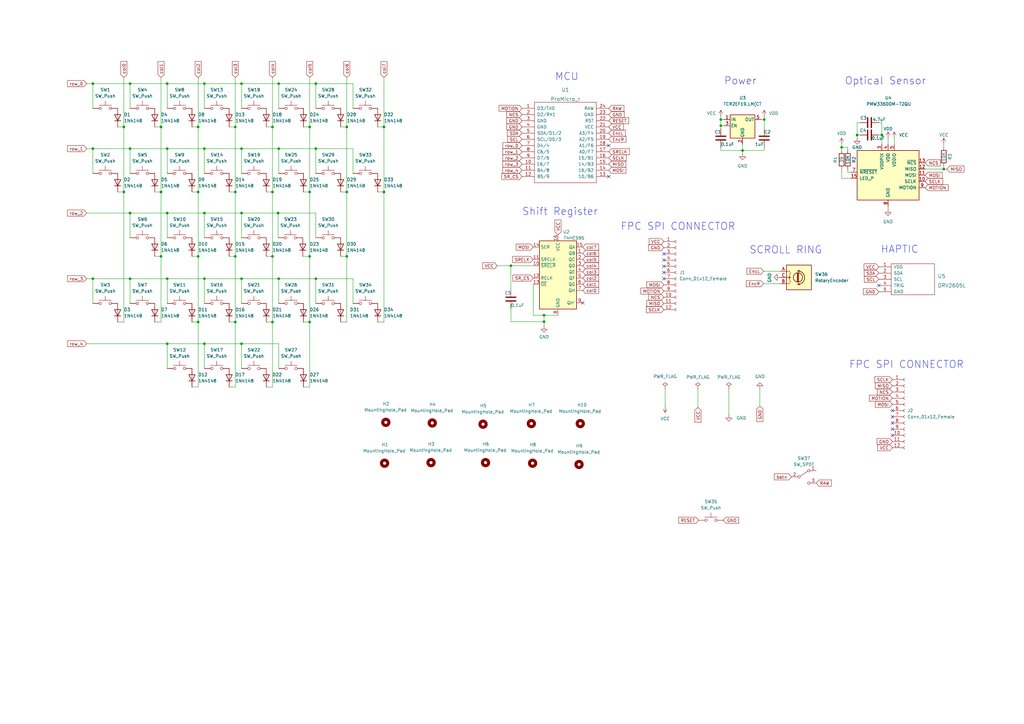
<source format=kicad_sch>
(kicad_sch (version 20211123) (generator eeschema)
  (paper "A3")
  (junction (at 127 105.156))
  (junction (at 129.54 34.29))
  (junction (at 53.34 34.29))
  (junction (at 129.54 60.96))
  (junction (at 50.8 78.74))
  (junction (at 142.24 52.07))
  (junction (at 68.58 34.29))
  (junction (at 96.52 105.156))
  (junction (at 83.82 140.97))
  (junction (at 114.3 114.3))
  (junction (at 295.656 51.562))
  (junction (at 114.3 60.96))
  (junction (at 53.34 60.96))
  (junction (at 127 52.07))
  (junction (at 157.48 52.07))
  (junction (at 99.06 87.376))
  (junction (at 81.28 105.156))
  (junction (at 66.04 78.74))
  (junction (at 223.139 129.286))
  (junction (at 53.34 87.376))
  (junction (at 209.55 108.966))
  (junction (at 99.06 140.97))
  (junction (at 38.1 60.96))
  (junction (at 81.28 52.07))
  (junction (at 96.52 52.07))
  (junction (at 127 78.74))
  (junction (at 111.76 78.74))
  (junction (at 99.06 60.96))
  (junction (at 50.8 52.07))
  (junction (at 99.06 114.3))
  (junction (at 38.1 114.3))
  (junction (at 127 132.08))
  (junction (at 96.52 78.74))
  (junction (at 142.24 78.74))
  (junction (at 83.82 34.29))
  (junction (at 387.096 69.342))
  (junction (at 345.186 60.452))
  (junction (at 157.48 78.74))
  (junction (at 96.52 132.08))
  (junction (at 129.54 114.3))
  (junction (at 114.3 34.29))
  (junction (at 66.04 52.07))
  (junction (at 99.06 34.29))
  (junction (at 68.58 60.96))
  (junction (at 111.76 105.156))
  (junction (at 304.546 61.722))
  (junction (at 81.28 78.74))
  (junction (at 68.58 140.97))
  (junction (at 313.436 49.022))
  (junction (at 68.58 87.376))
  (junction (at 142.24 105.156))
  (junction (at 223.139 131.9259))
  (junction (at 111.76 52.07))
  (junction (at 66.04 105.156))
  (junction (at 83.82 60.96))
  (junction (at 81.28 132.08))
  (junction (at 351.536 55.372))
  (junction (at 83.82 114.3))
  (junction (at 111.76 132.08))
  (junction (at 114.046 87.376))
  (junction (at 68.58 114.3))
  (junction (at 295.656 49.022))
  (junction (at 83.82 87.376))
  (junction (at 53.34 114.3))
  (junction (at 361.696 55.372))
  (junction (at 38.1 34.29))
  (no_connect (at 366.014 178.562))
  (no_connect (at 272.288 111.76))
  (no_connect (at 366.014 170.942))
  (no_connect (at 272.288 114.3))
  (no_connect (at 249.682 59.69))
  (no_connect (at 272.288 104.14))
  (no_connect (at 366.014 173.482))
  (no_connect (at 239.014 124.206))
  (no_connect (at 360.426 117.094))
  (no_connect (at 366.014 168.402))
  (no_connect (at 272.288 109.22))
  (no_connect (at 272.288 106.68))
  (no_connect (at 249.682 72.39))
  (no_connect (at 366.014 176.022))
  (wire (pts (xy 387.096 69.342) (xy 388.366 69.342)))
  (wire (pts (xy 203.962 108.966) (xy 209.55 108.966)))
  (wire (pts (xy 111.76 52.07) (xy 111.76 78.74)))
  (wire (pts (xy 50.8 78.74) (xy 48.26 78.74)))
  (wire (pts (xy 351.536 55.372) (xy 351.536 50.292)))
  (wire (pts (xy 53.34 114.3) (xy 68.58 114.3)))
  (wire (pts (xy 127 105.156) (xy 124.206 105.156)))
  (wire (pts (xy 387.096 69.342) (xy 387.096 68.072)))
  (wire (pts (xy 209.5764 124.5613) (xy 209.55 126.492)))
  (wire (pts (xy 366.776 56.642) (xy 366.776 59.182)))
  (wire (pts (xy 78.74 158.75) (xy 81.28 158.75)))
  (wire (pts (xy 81.28 105.156) (xy 81.28 132.08)))
  (wire (pts (xy 38.1 60.96) (xy 53.34 60.96)))
  (wire (pts (xy 83.82 114.3) (xy 99.06 114.3)))
  (wire (pts (xy 111.76 105.156) (xy 111.76 132.08)))
  (wire (pts (xy 114.3 114.3) (xy 114.3 124.46)))
  (wire (pts (xy 99.06 114.3) (xy 114.3 114.3)))
  (wire (pts (xy 81.28 78.74) (xy 81.28 105.156)))
  (wire (pts (xy 223.139 131.9259) (xy 223.139 133.731)))
  (wire (pts (xy 83.82 60.96) (xy 83.82 71.12)))
  (wire (pts (xy 53.34 124.46) (xy 53.34 114.3)))
  (wire (pts (xy 38.1 34.29) (xy 53.34 34.29)))
  (wire (pts (xy 66.04 105.156) (xy 66.04 132.08)))
  (wire (pts (xy 142.24 105.156) (xy 142.24 132.08)))
  (wire (pts (xy 114.3 34.29) (xy 129.54 34.29)))
  (wire (pts (xy 68.58 34.29) (xy 83.82 34.29)))
  (wire (pts (xy 129.54 60.96) (xy 144.78 60.96)))
  (wire (pts (xy 157.48 78.74) (xy 157.48 132.08)))
  (wire (pts (xy 361.696 50.292) (xy 360.426 50.292)))
  (wire (pts (xy 99.06 140.97) (xy 99.06 151.13)))
  (wire (pts (xy 53.34 87.376) (xy 68.58 87.376)))
  (wire (pts (xy 127 78.74) (xy 124.46 78.74)))
  (wire (pts (xy 272.796 166.624) (xy 272.796 159.512)))
  (wire (pts (xy 209.5764 124.5613) (xy 209.5764 131.9273)))
  (wire (pts (xy 99.06 60.96) (xy 99.06 71.12)))
  (wire (pts (xy 361.696 55.372) (xy 360.426 55.372)))
  (wire (pts (xy 96.52 105.156) (xy 96.52 132.08)))
  (wire (pts (xy 127 105.156) (xy 127 132.08)))
  (wire (pts (xy 364.236 56.642) (xy 364.236 59.182)))
  (wire (pts (xy 298.958 159.512) (xy 298.958 170.18)))
  (wire (pts (xy 83.82 60.96) (xy 99.06 60.96)))
  (wire (pts (xy 142.24 132.08) (xy 139.7 132.08)))
  (wire (pts (xy 223.139 129.286) (xy 223.139 131.9259)))
  (wire (pts (xy 83.82 114.3) (xy 83.82 124.46)))
  (wire (pts (xy 142.24 105.156) (xy 139.7 105.156)))
  (wire (pts (xy 78.74 132.08) (xy 81.28 132.08)))
  (wire (pts (xy 379.476 69.342) (xy 387.096 69.342)))
  (wire (pts (xy 157.48 78.74) (xy 154.94 78.74)))
  (wire (pts (xy 286.258 159.512) (xy 286.258 167.132)))
  (wire (pts (xy 68.58 114.3) (xy 83.82 114.3)))
  (wire (pts (xy 127 78.74) (xy 127 52.07)))
  (wire (pts (xy 96.52 78.74) (xy 93.98 78.74)))
  (wire (pts (xy 311.658 166.624) (xy 311.658 159.512)))
  (wire (pts (xy 66.04 52.07) (xy 66.04 78.74)))
  (wire (pts (xy 347.726 60.452) (xy 345.186 60.452)))
  (wire (pts (xy 361.696 55.372) (xy 361.696 50.292)))
  (wire (pts (xy 127 78.74) (xy 127 105.156)))
  (wire (pts (xy 218.694 116.586) (xy 218.694 129.286)))
  (wire (pts (xy 124.46 158.75) (xy 127 158.75)))
  (wire (pts (xy 81.28 31.75) (xy 81.28 52.07)))
  (wire (pts (xy 99.06 87.376) (xy 114.046 87.376)))
  (wire (pts (xy 38.1 114.3) (xy 53.34 114.3)))
  (wire (pts (xy 127 52.07) (xy 124.46 52.07)))
  (wire (pts (xy 129.54 114.3) (xy 144.78 114.3)))
  (wire (pts (xy 114.3 34.29) (xy 114.3 44.45)))
  (wire (pts (xy 66.04 31.75) (xy 66.04 52.07)))
  (wire (pts (xy 144.78 60.96) (xy 144.78 71.12)))
  (wire (pts (xy 228.854 129.286) (xy 223.139 129.286)))
  (wire (pts (xy 129.54 34.29) (xy 144.78 34.29)))
  (wire (pts (xy 295.656 61.722) (xy 304.546 61.722)))
  (wire (pts (xy 109.22 132.08) (xy 111.76 132.08)))
  (wire (pts (xy 68.58 140.97) (xy 83.82 140.97)))
  (wire (pts (xy 129.54 60.96) (xy 129.54 71.12)))
  (wire (pts (xy 83.82 151.13) (xy 83.82 140.97)))
  (wire (pts (xy 157.48 31.75) (xy 157.48 52.07)))
  (wire (pts (xy 38.1 44.45) (xy 38.1 34.29)))
  (wire (pts (xy 99.06 114.3) (xy 99.06 124.46)))
  (wire (pts (xy 63.5 105.156) (xy 66.04 105.156)))
  (wire (pts (xy 313.436 61.722) (xy 304.546 61.722)))
  (wire (pts (xy 83.82 87.376) (xy 99.06 87.376)))
  (wire (pts (xy 361.696 55.372) (xy 361.696 59.182)))
  (wire (pts (xy 313.182 116.332) (xy 320.04 116.332)))
  (wire (pts (xy 124.46 132.08) (xy 127 132.08)))
  (wire (pts (xy 142.24 78.74) (xy 139.7 78.74)))
  (wire (pts (xy 313.436 47.752) (xy 313.436 49.022)))
  (wire (pts (xy 111.76 78.74) (xy 111.76 105.156)))
  (wire (pts (xy 351.536 56.642) (xy 351.536 55.372)))
  (wire (pts (xy 345.186 59.182) (xy 345.186 60.452)))
  (wire (pts (xy 83.82 34.29) (xy 99.06 34.29)))
  (wire (pts (xy 295.656 51.562) (xy 295.656 49.022)))
  (wire (pts (xy 304.546 61.722) (xy 304.546 62.992)))
  (wire (pts (xy 114.3 60.96) (xy 114.3 71.12)))
  (wire (pts (xy 81.28 132.08) (xy 81.28 158.75)))
  (wire (pts (xy 109.22 52.07) (xy 111.76 52.07)))
  (wire (pts (xy 66.04 78.74) (xy 63.5 78.74)))
  (wire (pts (xy 114.046 87.376) (xy 129.54 87.376)))
  (wire (pts (xy 114.3 140.97) (xy 114.3 151.13)))
  (wire (pts (xy 99.06 87.376) (xy 99.06 97.536)))
  (wire (pts (xy 157.48 132.08) (xy 154.94 132.08)))
  (wire (pts (xy 114.046 87.376) (xy 114.046 97.536)))
  (wire (pts (xy 387.096 59.182) (xy 387.096 60.452)))
  (wire (pts (xy 81.28 105.156) (xy 78.74 105.156)))
  (wire (pts (xy 66.04 78.74) (xy 66.04 105.156)))
  (wire (pts (xy 114.3 114.3) (xy 129.54 114.3)))
  (wire (pts (xy 142.24 52.07) (xy 142.24 78.74)))
  (wire (pts (xy 50.8 78.74) (xy 50.8 52.07)))
  (wire (pts (xy 99.06 34.29) (xy 99.06 44.45)))
  (wire (pts (xy 114.3 60.96) (xy 129.54 60.96)))
  (wire (pts (xy 96.52 52.07) (xy 93.98 52.07)))
  (wire (pts (xy 96.52 78.74) (xy 96.52 105.156)))
  (wire (pts (xy 347.726 61.722) (xy 347.726 60.452)))
  (wire (pts (xy 99.06 60.96) (xy 114.3 60.96)))
  (wire (pts (xy 81.28 52.07) (xy 78.74 52.07)))
  (wire (pts (xy 38.1 114.3) (xy 38.1 124.46)))
  (wire (pts (xy 68.58 87.376) (xy 83.82 87.376)))
  (wire (pts (xy 38.1 71.12) (xy 38.1 60.96)))
  (wire (pts (xy 348.996 70.612) (xy 347.726 70.612)))
  (wire (pts (xy 48.26 132.08) (xy 50.8 132.08)))
  (wire (pts (xy 93.98 132.08) (xy 96.52 132.08)))
  (wire (pts (xy 295.656 49.022) (xy 296.926 49.022)))
  (wire (pts (xy 127 31.75) (xy 127 52.07)))
  (wire (pts (xy 352.806 50.292) (xy 351.536 50.292)))
  (wire (pts (xy 144.78 114.3) (xy 144.78 124.46)))
  (wire (pts (xy 129.54 87.376) (xy 129.54 97.536)))
  (wire (pts (xy 157.48 52.07) (xy 157.48 78.74)))
  (wire (pts (xy 129.54 34.29) (xy 129.54 44.45)))
  (wire (pts (xy 83.82 140.97) (xy 99.06 140.97)))
  (wire (pts (xy 111.76 31.75) (xy 111.76 52.07)))
  (wire (pts (xy 96.52 132.08) (xy 96.52 158.75)))
  (wire (pts (xy 154.94 52.07) (xy 157.48 52.07)))
  (wire (pts (xy 68.58 114.3) (xy 68.58 124.46)))
  (wire (pts (xy 218.694 129.286) (xy 223.139 129.286)))
  (wire (pts (xy 209.55 118.872) (xy 209.55 108.966)))
  (wire (pts (xy 68.58 60.96) (xy 83.82 60.96)))
  (wire (pts (xy 68.58 60.96) (xy 68.58 71.12)))
  (wire (pts (xy 111.76 105.156) (xy 109.22 105.156)))
  (wire (pts (xy 99.06 140.97) (xy 114.3 140.97)))
  (wire (pts (xy 83.82 87.376) (xy 83.82 97.536)))
  (wire (pts (xy 99.06 34.29) (xy 114.3 34.29)))
  (wire (pts (xy 139.7 52.07) (xy 142.24 52.07)))
  (wire (pts (xy 50.8 31.75) (xy 50.8 52.07)))
  (wire (pts (xy 96.52 31.75) (xy 96.52 52.07)))
  (wire (pts (xy 93.98 105.156) (xy 96.52 105.156)))
  (wire (pts (xy 313.436 49.022) (xy 313.436 52.832)))
  (wire (pts (xy 142.24 78.74) (xy 142.24 105.156)))
  (wire (pts (xy 35.56 60.96) (xy 38.1 60.96)))
  (wire (pts (xy 50.8 78.74) (xy 50.8 132.08)))
  (wire (pts (xy 209.55 108.966) (xy 218.694 108.966)))
  (wire (pts (xy 111.76 78.74) (xy 109.22 78.74)))
  (wire (pts (xy 81.28 78.74) (xy 78.74 78.74)))
  (wire (pts (xy 313.436 60.452) (xy 313.436 61.722)))
  (wire (pts (xy 93.98 158.75) (xy 96.52 158.75)))
  (wire (pts (xy 96.52 78.74) (xy 96.52 52.07)))
  (wire (pts (xy 295.656 52.832) (xy 295.656 51.562)))
  (wire (pts (xy 144.78 34.29) (xy 144.78 44.45)))
  (wire (pts (xy 312.166 49.022) (xy 313.436 49.022)))
  (wire (pts (xy 53.34 34.29) (xy 68.58 34.29)))
  (wire (pts (xy 68.58 140.97) (xy 68.58 151.13)))
  (wire (pts (xy 313.182 111.252) (xy 320.04 111.252)))
  (wire (pts (xy 53.34 60.96) (xy 68.58 60.96)))
  (wire (pts (xy 63.5 52.07) (xy 66.04 52.07)))
  (wire (pts (xy 345.186 73.152) (xy 345.186 69.342)))
  (wire (pts (xy 53.34 34.29) (xy 53.34 44.45)))
  (wire (pts (xy 83.82 34.29) (xy 83.82 44.45)))
  (wire (pts (xy 345.186 60.452) (xy 345.186 61.722)))
  (wire (pts (xy 35.56 87.376) (xy 53.34 87.376)))
  (wire (pts (xy 142.24 31.75) (xy 142.24 52.07)))
  (wire (pts (xy 68.58 34.29) (xy 68.58 44.45)))
  (wire (pts (xy 347.726 70.612) (xy 347.726 69.342)))
  (wire (pts (xy 81.28 78.74) (xy 81.28 52.07)))
  (wire (pts (xy 35.56 140.97) (xy 68.58 140.97)))
  (wire (pts (xy 68.58 87.376) (xy 68.58 97.536)))
  (wire (pts (xy 129.54 114.3) (xy 129.54 124.46)))
  (wire (pts (xy 53.34 60.96) (xy 53.34 71.12)))
  (wire (pts (xy 364.236 85.852) (xy 364.236 84.582)))
  (wire (pts (xy 111.76 132.08) (xy 111.76 158.75)))
  (wire (pts (xy 63.5 132.08) (xy 66.04 132.08)))
  (wire (pts (xy 127 158.75) (xy 127 132.08)))
  (wire (pts (xy 345.186 73.152) (xy 348.996 73.152)))
  (wire (pts (xy 209.5764 131.9273) (xy 223.139 131.9259)))
  (wire (pts (xy 35.56 34.29) (xy 38.1 34.29)))
  (wire (pts (xy 35.56 114.3) (xy 38.1 114.3)))
  (wire (pts (xy 304.546 59.182) (xy 304.546 61.722)))
  (wire (pts (xy 295.656 60.452) (xy 295.656 61.722)))
  (wire (pts (xy 295.656 47.752) (xy 295.656 49.022)))
  (wire (pts (xy 53.34 87.376) (xy 53.34 97.536)))
  (wire (pts (xy 296.926 51.562) (xy 295.656 51.562)))
  (wire (pts (xy 109.22 158.75) (xy 111.76 158.75)))
  (wire (pts (xy 352.806 55.372) (xy 351.536 55.372)))
  (wire (pts (xy 50.8 52.07) (xy 48.26 52.07)))
  (text "MCU" (at 227.584 33.274 0) (effects (font (size 2.9972 2.9972)) (justify left bottom)))
  (text "Power" (at 296.926 35.052 0) (effects (font (size 2.9972 2.9972)) (justify left bottom)))
  (text "HAPTIC" (at 361.188 104.14 0) (effects (font (size 2.9972 2.9972)) (justify left bottom)))
  (text "FPC SPI CONNECTOR\n" (at 348.234 151.384 0) (effects (font (size 2.9972 2.9972)) (justify left bottom)))
  (text "Shift Register\n" (at 214.122 88.646 0) (effects (font (size 2.9972 2.9972)) (justify left bottom)))
  (text "SCROLL RING" (at 307.34 104.394 0) (effects (font (size 2.9972 2.9972)) (justify left bottom)))
  (text "Optical Sensor" (at 346.456 35.052 0) (effects (font (size 2.9972 2.9972)) (justify left bottom)))
  (text "FPC SPI CONNECTOR\n" (at 254.508 94.742 0) (effects (font (size 2.9972 2.9972)) (justify left bottom)))
  (global_label "SCLK" (shape input) (at 249.682 64.77 0) (property "Intersheet References" "${INTERSHEET_REFS}" (effects hide)))
  (global_label "NCS" (shape input) (at 379.476 66.802 0) (property "Intersheet References" "${INTERSHEET_REFS}" (effects hide)))
  (global_label "NCS" (shape input) (at 366.014 160.782 180) (property "Intersheet References" "${INTERSHEET_REFS}" (effects hide)))
  (global_label "MISO" (shape input) (at 388.366 69.342 0) (property "Intersheet References" "${INTERSHEET_REFS}" (effects hide)))
  (global_label "col1" (shape input) (at 66.04 31.75 90) (property "Intersheet References" "${INTERSHEET_REFS}" (effects hide)))
  (global_label "GND" (shape input) (at 249.682 46.99 0) (property "Intersheet References" "${INTERSHEET_REFS}" (effects hide)))
  (global_label "MOTION" (shape input) (at 379.476 76.962 0) (property "Intersheet References" "${INTERSHEET_REFS}" (effects hide)))
  (global_label "col5" (shape input) (at 239.014 106.426 0) (property "Intersheet References" "${INTERSHEET_REFS}" (effects hide)))
  (global_label "MOSI" (shape input) (at 249.682 69.85 0) (property "Intersheet References" "${INTERSHEET_REFS}" (effects hide)))
  (global_label "col2" (shape input) (at 239.014 114.046 0) (property "Intersheet References" "${INTERSHEET_REFS}" (effects hide)))
  (global_label "SCL" (shape input) (at 360.426 114.554 180) (property "Intersheet References" "${INTERSHEET_REFS}" (effects hide)))
  (global_label "row_0" (shape input) (at 35.56 34.29 180) (property "Intersheet References" "${INTERSHEET_REFS}" (effects hide)))
  (global_label "row_1" (shape input) (at 35.56 60.96 180) (property "Intersheet References" "${INTERSHEET_REFS}" (effects hide)))
  (global_label "row_3" (shape input) (at 35.56 114.3 180) (property "Intersheet References" "${INTERSHEET_REFS}" (effects hide)))
  (global_label "col1" (shape input) (at 239.014 116.586 0) (property "Intersheet References" "${INTERSHEET_REFS}" (effects hide)))
  (global_label "NCS" (shape input) (at 214.122 46.99 180) (property "Intersheet References" "${INTERSHEET_REFS}" (effects hide)))
  (global_label "bat+" (shape input) (at 324.612 195.58 180) (property "Intersheet References" "${INTERSHEET_REFS}" (effects hide)))
  (global_label "row_0" (shape input) (at 214.122 59.69 180) (property "Intersheet References" "${INTERSHEET_REFS}" (effects hide)))
  (global_label "SRCLK" (shape input) (at 249.682 62.23 0) (property "Intersheet References" "${INTERSHEET_REFS}" (effects hide)))
  (global_label "MOTION" (shape input) (at 272.288 119.38 180) (property "Intersheet References" "${INTERSHEET_REFS}" (effects hide)))
  (global_label "col0" (shape input) (at 50.8 31.75 90) (property "Intersheet References" "${INTERSHEET_REFS}" (effects hide)))
  (global_label "EncL" (shape input) (at 313.182 111.252 180) (property "Intersheet References" "${INTERSHEET_REFS}" (effects hide)))
  (global_label "GND" (shape input) (at 366.014 181.102 180) (property "Intersheet References" "${INTERSHEET_REFS}" (effects hide)))
  (global_label "MOSI" (shape input) (at 272.288 116.84 180) (property "Intersheet References" "${INTERSHEET_REFS}" (effects hide)))
  (global_label "MOSI" (shape input) (at 379.476 71.882 0) (property "Intersheet References" "${INTERSHEET_REFS}" (effects hide)))
  (global_label "SRCLK" (shape input) (at 218.694 106.426 180) (property "Intersheet References" "${INTERSHEET_REFS}" (effects hide)))
  (global_label "RAW" (shape input) (at 249.682 44.45 0) (property "Intersheet References" "${INTERSHEET_REFS}" (effects hide)))
  (global_label "MISO" (shape input) (at 249.682 67.31 0) (property "Intersheet References" "${INTERSHEET_REFS}" (effects hide)))
  (global_label "GND" (shape input) (at 311.658 166.624 270) (property "Intersheet References" "${INTERSHEET_REFS}" (effects hide)))
  (global_label "GND" (shape input) (at 296.672 213.36 0) (property "Intersheet References" "${INTERSHEET_REFS}" (effects hide)))
  (global_label "VCC" (shape input) (at 360.426 109.474 180) (property "Intersheet References" "${INTERSHEET_REFS}" (effects hide)))
  (global_label "MOTION" (shape input) (at 366.014 163.322 180) (property "Intersheet References" "${INTERSHEET_REFS}" (effects hide)))
  (global_label "MISO" (shape input) (at 366.014 158.242 180) (property "Intersheet References" "${INTERSHEET_REFS}" (effects hide)))
  (global_label "SCLK" (shape input) (at 272.288 127 180) (property "Intersheet References" "${INTERSHEET_REFS}" (effects hide)))
  (global_label "row_1" (shape input) (at 214.122 62.23 180) (property "Intersheet References" "${INTERSHEET_REFS}" (effects hide)))
  (global_label "EncR" (shape input) (at 313.182 116.332 180) (property "Intersheet References" "${INTERSHEET_REFS}" (effects hide)))
  (global_label "col6" (shape input) (at 239.014 103.886 0) (property "Intersheet References" "${INTERSHEET_REFS}" (effects hide)))
  (global_label "SDA" (shape input) (at 360.426 112.014 180) (property "Intersheet References" "${INTERSHEET_REFS}" (effects hide)))
  (global_label "row_4" (shape input) (at 35.56 140.97 180) (property "Intersheet References" "${INTERSHEET_REFS}" (effects hide)))
  (global_label "col4" (shape input) (at 111.76 31.75 90) (property "Intersheet References" "${INTERSHEET_REFS}" (effects hide)))
  (global_label "GND" (shape input) (at 272.288 101.6 180) (property "Intersheet References" "${INTERSHEET_REFS}" (effects hide)))
  (global_label "EncL" (shape input) (at 249.682 54.61 0) (property "Intersheet References" "${INTERSHEET_REFS}" (effects hide)))
  (global_label "col7" (shape input) (at 157.48 31.75 90) (property "Intersheet References" "${INTERSHEET_REFS}" (effects hide)))
  (global_label "SCLK" (shape input) (at 366.014 155.702 180) (property "Intersheet References" "${INTERSHEET_REFS}" (effects hide)))
  (global_label "GND" (shape input) (at 360.426 119.634 180) (property "Intersheet References" "${INTERSHEET_REFS}" (effects hide)))
  (global_label "RAW" (shape input) (at 334.772 198.12 0) (property "Intersheet References" "${INTERSHEET_REFS}" (effects hide)))
  (global_label "VCC" (shape input) (at 203.962 108.966 180) (property "Intersheet References" "${INTERSHEET_REFS}" (effects hide)))
  (global_label "col0" (shape input) (at 239.014 119.126 0) (property "Intersheet References" "${INTERSHEET_REFS}" (effects hide)))
  (global_label "VCC" (shape input) (at 272.288 99.06 180) (property "Intersheet References" "${INTERSHEET_REFS}" (effects hide)))
  (global_label "MOSI" (shape input) (at 366.014 165.862 180) (property "Intersheet References" "${INTERSHEET_REFS}" (effects hide)))
  (global_label "VCC" (shape input) (at 286.258 167.132 270) (property "Intersheet References" "${INTERSHEET_REFS}" (effects hide)))
  (global_label "col4" (shape input) (at 239.014 108.966 0) (property "Intersheet References" "${INTERSHEET_REFS}" (effects hide)))
  (global_label "MISO" (shape input) (at 272.288 124.46 180) (property "Intersheet References" "${INTERSHEET_REFS}" (effects hide)))
  (global_label "SDA" (shape input) (at 214.122 54.61 180) (property "Intersheet References" "${INTERSHEET_REFS}" (effects hide)))
  (global_label "col3" (shape input) (at 239.014 111.506 0) (property "Intersheet References" "${INTERSHEET_REFS}" (effects hide)))
  (global_label "SR_CS" (shape input) (at 214.122 72.39 180) (property "Intersheet References" "${INTERSHEET_REFS}" (effects hide)))
  (global_label "GND" (shape input) (at 214.122 52.07 180) (property "Intersheet References" "${INTERSHEET_REFS}" (effects hide)))
  (global_label "SCLK" (shape input) (at 379.476 74.422 0) (property "Intersheet References" "${INTERSHEET_REFS}" (effects hide)))
  (global_label "MOSI" (shape input) (at 218.694 101.346 180) (property "Intersheet References" "${INTERSHEET_REFS}" (effects hide)))
  (global_label "row_4" (shape input) (at 214.122 69.85 180) (property "Intersheet References" "${INTERSHEET_REFS}" (effects hide)))
  (global_label "NCS" (shape input) (at 272.288 121.92 180) (property "Intersheet References" "${INTERSHEET_REFS}" (effects hide)))
  (global_label "MOTION" (shape input) (at 214.122 44.45 180) (property "Intersheet References" "${INTERSHEET_REFS}" (effects hide)))
  (global_label "EncR" (shape input) (at 249.682 57.15 0) (property "Intersheet References" "${INTERSHEET_REFS}" (effects hide)))
  (global_label "row_3" (shape input) (at 214.122 67.31 180) (property "Intersheet References" "${INTERSHEET_REFS}" (effects hide)))
  (global_label "VCC" (shape input) (at 249.682 52.07 0) (property "Intersheet References" "${INTERSHEET_REFS}" (effects hide)))
  (global_label "VCC" (shape input) (at 366.014 183.642 180) (property "Intersheet References" "${INTERSHEET_REFS}" (effects hide)))
  (global_label "col5" (shape input) (at 127 31.75 90) (property "Intersheet References" "${INTERSHEET_REFS}" (effects hide)))
  (global_label "col7" (shape input) (at 239.014 101.346 0) (property "Intersheet References" "${INTERSHEET_REFS}" (effects hide)))
  (global_label "col2" (shape input) (at 81.28 31.75 90) (property "Intersheet References" "${INTERSHEET_REFS}" (effects hide)))
  (global_label "VCC" (shape input) (at 228.854 96.266 90) (property "Intersheet References" "${INTERSHEET_REFS}" (effects hide)))
  (global_label "row_2" (shape input) (at 35.56 87.376 180) (property "Intersheet References" "${INTERSHEET_REFS}" (effects hide)))
  (global_label "row_2" (shape input) (at 214.122 64.77 180) (property "Intersheet References" "${INTERSHEET_REFS}" (effects hide)))
  (global_label "col6" (shape input) (at 142.24 31.75 90) (property "Intersheet References" "${INTERSHEET_REFS}" (effects hide)))
  (global_label "col3" (shape input) (at 96.52 31.75 90) (property "Intersheet References" "${INTERSHEET_REFS}" (effects hide)))
  (global_label "SR_CS" (shape input) (at 218.694 114.046 180) (property "Intersheet References" "${INTERSHEET_REFS}" (effects hide)))
  (global_label "SCL" (shape input) (at 214.122 57.15 180) (property "Intersheet References" "${INTERSHEET_REFS}" (effects hide)))
  (global_label "GND" (shape input) (at 214.122 49.53 180) (property "Intersheet References" "${INTERSHEET_REFS}" (effects hide)))
  (global_label "RESET" (shape input) (at 249.682 49.53 0) (property "Intersheet References" "${INTERSHEET_REFS}" (effects hide)))
  (global_label "RESET" (shape input) (at 286.512 213.36 180) (property "Intersheet References" "${INTERSHEET_REFS}" (effects hide)))
  (symbol (lib_id "alaa:Diode_1N4148") (at 63.5 48.26 90) (unit 1)
    (property "Reference" "D4" (at 66.04 46.9899 90) (effects (justify right)))
    (property "Value" "1N4148" (at 66.04 49.5299 90) (effects (justify right)))
    (property "Footprint" "Diode_SMD:D_SOD-123" (effects hide))
    (property "Datasheet" "https://assets.nexperia.com/documents/data-sheet/1N4148_1N4448.pdf" (effects hide))
    (property "LCSC" "C909967" (effects hide))
  )
  (symbol (lib_id "Mechanical:MountingHole") (at 158.242 173.228 0) (unit 1)
    (property "Reference" "H2" (at 156.972 165.608 0) (effects (justify left)))
    (property "Value" "MountingHole_Pad" (at 149.352 168.148 0) (effects (justify left)))
    (property "Footprint" "Alaa:MountingHole_M3" (effects hide))
  )
  (symbol (lib_id "alaa:Diode_1N4148") (at 48.26 128.27 90) (unit 1)
    (property "Reference" "D3" (at 50.8 126.9999 90) (effects (justify right)))
    (property "Value" "1N4148" (at 50.8 129.5399 90) (effects (justify right)))
    (property "Footprint" "Diode_SMD:D_SOD-123" (effects hide))
    (property "Datasheet" "https://assets.nexperia.com/documents/data-sheet/1N4148_1N4448.pdf" (effects hide))
    (property "LCSC" "C909967" (effects hide))
  )
  (symbol (lib_id "Mechanical:MountingHole") (at 177.292 173.482 0) (unit 1)
    (property "Reference" "H4" (at 176.022 165.862 0) (effects (justify left)))
    (property "Value" "MountingHole_Pad" (at 168.402 168.402 0) (effects (justify left)))
    (property "Footprint" "Alaa:MountingHole_M3" (effects hide))
  )
  (symbol (lib_id "power:VCC") (at 295.656 47.752 0) (unit 1)
    (property "Reference" "#PWR03" (effects hide))
    (property "Value" "VCC" (at 291.846 46.482 0))
  )
  (symbol (lib_id "Device:R") (at 345.186 65.532 0) (unit 1)
    (property "Reference" "R1" (at 342.646 65.532 90))
    (property "Value" "39" (at 345.186 65.532 90))
    (property "Footprint" "Resistor_SMD:R_0805_2012Metric" (effects hide))
    (property "manf#" "SG73P2ATTD39R0F" (effects hide))
    (property "LCSC" "C514993" (effects hide))
  )
  (symbol (lib_id "Connector:Conn_01x12_Female") (at 371.094 168.402 0) (unit 1)
    (property "Reference" "J2" (at 372.11 168.4019 0) (effects (justify left)))
    (property "Value" "Conn_01x12_Female" (at 372.11 170.9419 0) (effects (justify left)))
    (property "Footprint" "Alaa:FPC-SMD_FPC05012-09200-.5mm-rev" (effects hide))
    (property "LCSC" "C479750" (effects hide))
  )
  (symbol (lib_id "74xx:74HC595") (at 228.854 111.506 0) (unit 1)
    (property "Reference" "U2" (at 230.8734 95.1062 0) (effects (justify left)))
    (property "Value" "74HC595" (at 230.8734 97.6431 0) (effects (justify left)))
    (property "Footprint" "Package_SO:SOIC-16_3.9x9.9mm_P1.27mm" (effects hide))
    (property "Datasheet" "http://www.ti.com/lit/ds/symlink/sn74hc595.pdf" (effects hide))
    (property "LCSC" "C10092" (effects hide))
  )
  (symbol (lib_id "Switch:SW_Push") (at 104.14 71.12 0) (unit 1)
    (property "Reference" "SW19" (at 104.14 63.5 0))
    (property "Value" "SW_Push" (at 104.14 66.04 0))
    (property "Footprint" "Alaa:Kailh_hotswap_MX-CHOC-connected" (effects hide))
  )
  (symbol (lib_id "power:GND") (at 298.958 170.18 0) (unit 1)
    (property "Reference" "#PWR04" (effects hide))
    (property "Value" "GND" (at 302.006 171.4499 0) (effects (justify left)))
  )
  (symbol (lib_id "Switch:SW_Push") (at 134.62 71.12 0) (unit 1)
    (property "Reference" "SW29" (at 134.62 63.5 0))
    (property "Value" "SW_Push" (at 134.62 66.04 0))
    (property "Footprint" "Alaa:Kailh_hotswap_MX-CHOC-connected" (effects hide))
  )
  (symbol (lib_id "alaa:Diode_1N4148") (at 48.26 48.26 90) (unit 1)
    (property "Reference" "D1" (at 50.8 46.9899 90) (effects (justify right)))
    (property "Value" "1N4148" (at 50.8 49.5299 90) (effects (justify right)))
    (property "Footprint" "Diode_SMD:D_SOD-123" (effects hide))
    (property "Datasheet" "https://assets.nexperia.com/documents/data-sheet/1N4148_1N4448.pdf" (effects hide))
    (property "LCSC" "C909967" (effects hide))
  )
  (symbol (lib_id "Device:C") (at 356.616 50.292 270) (unit 1)
    (property "Reference" "C3" (at 352.806 48.387 90) (effects (justify left)))
    (property "Value" "4.7uF" (at 357.886 49.022 90) (effects (justify left)))
    (property "Footprint" "Capacitor_SMD:C_0805_2012Metric" (effects hide))
    (property "manf#" "0805X475K250CT" (effects hide))
    (property "LCSC" "C303940" (effects hide))
  )
  (symbol (lib_id "Device:C") (at 356.616 55.372 90) (unit 1)
    (property "Reference" "C4" (at 355.346 53.467 90) (effects (justify left)))
    (property "Value" "0.1uF" (at 362.966 56.642 90) (effects (justify left)))
    (property "Footprint" "Capacitor_SMD:C_0805_2012Metric" (effects hide))
    (property "manf#" "0805B104K101CT" (effects hide))
    (property "LCSC" "C77456" (effects hide))
  )
  (symbol (lib_id "alaa:ProMicro_r") (at 233.172 62.23 0) (mirror y) (unit 1)
    (property "Reference" "U1" (at 231.902 36.83 0) (effects (font (size 1.524 1.524))))
    (property "Value" "ProMicro_r" (at 231.902 40.64 0) (effects (font (size 1.524 1.524))))
    (property "Footprint" "kbd:ProMicro_v3.5" (effects hide))
  )
  (symbol (lib_id "power:GND") (at 311.658 159.512 180) (unit 1)
    (property "Reference" "#PWR07" (effects hide))
    (property "Value" "GND" (at 309.626 154.432 0) (effects (justify right)))
  )
  (symbol (lib_id "alaa:Diode_1N4148") (at 139.7 128.27 90) (unit 1)
    (property "Reference" "D31" (at 143.51 126.9999 90) (effects (justify right)))
    (property "Value" "1N4148" (at 143.51 129.5399 90) (effects (justify right)))
    (property "Footprint" "Diode_SMD:D_SOD-123" (effects hide))
    (property "Datasheet" "https://assets.nexperia.com/documents/data-sheet/1N4148_1N4448.pdf" (effects hide))
    (property "LCSC" "C909967" (effects hide))
  )
  (symbol (lib_id "alaa:Diode_1N4148") (at 139.7 74.93 90) (unit 1)
    (property "Reference" "D29" (at 142.24 73.6599 90) (effects (justify right)))
    (property "Value" "1N4148" (at 142.24 76.1999 90) (effects (justify right)))
    (property "Footprint" "Diode_SMD:D_SOD-123" (effects hide))
    (property "Datasheet" "https://assets.nexperia.com/documents/data-sheet/1N4148_1N4448.pdf" (effects hide))
    (property "LCSC" "C909967" (effects hide))
  )
  (symbol (lib_id "Device:C") (at 313.436 56.642 0) (unit 1)
    (property "Reference" "C2" (at 313.436 54.102 0) (effects (justify left)))
    (property "Value" "1uF" (at 309.626 59.182 0) (effects (justify left)))
    (property "Footprint" "Capacitor_SMD:C_0805_2012Metric" (effects hide))
    (property "manf#" "0805B105K100CT" (effects hide))
    (property "LCSC" "C366879" (effects hide))
  )
  (symbol (lib_id "Switch:SW_Push") (at 134.62 124.46 0) (unit 1)
    (property "Reference" "SW31" (at 134.62 116.84 0))
    (property "Value" "SW_Push" (at 134.62 119.38 0))
    (property "Footprint" "Alaa:Kailh_hotswap_MX-CHOC-connected" (effects hide))
  )
  (symbol (lib_id "Switch:SW_Push") (at 73.66 151.13 0) (unit 1)
    (property "Reference" "SW12" (at 73.66 143.51 0))
    (property "Value" "SW_Push" (at 73.66 146.05 0))
    (property "Footprint" "Alaa:Kailh_hotswap_MX-CHOC-connected" (effects hide))
  )
  (symbol (lib_id "Switch:SW_Push") (at 291.592 213.36 0) (unit 1)
    (property "Reference" "SW35" (at 291.592 205.74 0))
    (property "Value" "SW_Push" (at 291.592 208.28 0))
    (property "Footprint" "Button_Switch_SMD:SW_SPST_Omron_B3FS-100xP" (effects hide))
    (property "LCSC" "C271750" (effects hide))
  )
  (symbol (lib_id "alaa:Diode_1N4148") (at 124.46 128.27 90) (unit 1)
    (property "Reference" "D26" (at 127 126.9999 90) (effects (justify right)))
    (property "Value" "1N4148" (at 127 129.5399 90) (effects (justify right)))
    (property "Footprint" "Diode_SMD:D_SOD-123" (effects hide))
    (property "Datasheet" "https://assets.nexperia.com/documents/data-sheet/1N4148_1N4448.pdf" (effects hide))
    (property "LCSC" "C909967" (effects hide))
  )
  (symbol (lib_id "Switch:SW_Push") (at 134.62 44.45 0) (unit 1)
    (property "Reference" "SW28" (at 134.62 36.83 0))
    (property "Value" "SW_Push" (at 134.62 39.37 0))
    (property "Footprint" "Alaa:Kailh_hotswap_MX-CHOC-connected" (effects hide))
  )
  (symbol (lib_id "alaa:Diode_1N4148") (at 63.5 74.93 90) (unit 1)
    (property "Reference" "D5" (at 66.04 73.6599 90) (effects (justify right)))
    (property "Value" "1N4148" (at 66.04 76.1999 90) (effects (justify right)))
    (property "Footprint" "Diode_SMD:D_SOD-123" (effects hide))
    (property "Datasheet" "https://assets.nexperia.com/documents/data-sheet/1N4148_1N4448.pdf" (effects hide))
    (property "LCSC" "C909967" (effects hide))
  )
  (symbol (lib_id "alaa:Diode_1N4148") (at 93.98 154.94 90) (unit 1)
    (property "Reference" "D17" (at 96.52 153.6699 90) (effects (justify right)))
    (property "Value" "1N4148" (at 96.52 156.2099 90) (effects (justify right)))
    (property "Footprint" "Diode_SMD:D_SOD-123" (effects hide))
    (property "Datasheet" "https://assets.nexperia.com/documents/data-sheet/1N4148_1N4448.pdf" (effects hide))
    (property "LCSC" "C909967" (effects hide))
  )
  (symbol (lib_id "Switch:SW_Push") (at 43.18 124.46 0) (unit 1)
    (property "Reference" "SW3" (at 43.18 116.84 0))
    (property "Value" "SW_Push" (at 43.18 119.38 0))
    (property "Footprint" "Alaa:Kailh_hotswap_MX-CHOC-connected" (effects hide))
  )
  (symbol (lib_id "Switch:SW_Push") (at 43.18 44.45 0) (unit 1)
    (property "Reference" "SW1" (at 43.18 36.83 0))
    (property "Value" "SW_Push" (at 43.18 39.37 0))
    (property "Footprint" "Alaa:Kailh_hotswap_MX-CHOC-connected" (effects hide))
  )
  (symbol (lib_id "alaa:Diode_1N4148") (at 93.98 101.346 90) (unit 1)
    (property "Reference" "D15" (at 96.52 100.0759 90) (effects (justify right)))
    (property "Value" "1N4148" (at 96.52 102.6159 90) (effects (justify right)))
    (property "Footprint" "Diode_SMD:D_SOD-123" (effects hide))
    (property "Datasheet" "https://assets.nexperia.com/documents/data-sheet/1N4148_1N4448.pdf" (effects hide))
    (property "LCSC" "C909967" (effects hide))
  )
  (symbol (lib_id "Switch:SW_Push") (at 119.38 124.46 0) (unit 1)
    (property "Reference" "SW26" (at 119.38 116.84 0))
    (property "Value" "SW_Push" (at 119.38 119.38 0))
    (property "Footprint" "Alaa:Kailh_hotswap_MX-CHOC-connected" (effects hide))
  )
  (symbol (lib_id "alaa:Diode_1N4148") (at 124.46 48.26 90) (unit 1)
    (property "Reference" "D24" (at 127 46.9899 90) (effects (justify right)))
    (property "Value" "1N4148" (at 127 49.5299 90) (effects (justify right)))
    (property "Footprint" "Diode_SMD:D_SOD-123" (effects hide))
    (property "Datasheet" "https://assets.nexperia.com/documents/data-sheet/1N4148_1N4448.pdf" (effects hide))
    (property "LCSC" "C909967" (effects hide))
  )
  (symbol (lib_id "alaa:Diode_1N4148") (at 109.22 128.27 90) (unit 1)
    (property "Reference" "D21" (at 111.76 126.9999 90) (effects (justify right)))
    (property "Value" "1N4148" (at 111.76 129.5399 90) (effects (justify right)))
    (property "Footprint" "Diode_SMD:D_SOD-123" (effects hide))
    (property "Datasheet" "https://assets.nexperia.com/documents/data-sheet/1N4148_1N4448.pdf" (effects hide))
    (property "LCSC" "C909967" (effects hide))
  )
  (symbol (lib_id "power:VDD") (at 345.186 59.182 0) (unit 1)
    (property "Reference" "#PWR09" (effects hide))
    (property "Value" "VDD" (at 345.186 54.737 0))
  )
  (symbol (lib_id "alaa:Diode_1N4148") (at 78.74 128.27 90) (unit 1)
    (property "Reference" "D11" (at 81.28 126.9999 90) (effects (justify right)))
    (property "Value" "1N4148" (at 81.28 129.5399 90) (effects (justify right)))
    (property "Footprint" "Diode_SMD:D_SOD-123" (effects hide))
    (property "Datasheet" "https://assets.nexperia.com/documents/data-sheet/1N4148_1N4448.pdf" (effects hide))
    (property "LCSC" "C909967" (effects hide))
  )
  (symbol (lib_id "Device:R") (at 387.096 64.262 180) (unit 1)
    (property "Reference" "R3" (at 389.636 64.262 90))
    (property "Value" "10K" (at 387.096 64.262 90))
    (property "Footprint" "Resistor_SMD:R_0805_2012Metric" (effects hide))
    (property "manf#" "ARG05BTC1002" (effects hide))
    (property "LCSC" "C406725" (effects hide))
  )
  (symbol (lib_id "alaa:Diode_1N4148") (at 124.46 154.94 90) (unit 1)
    (property "Reference" "D27" (at 127 153.6699 90) (effects (justify right)))
    (property "Value" "1N4148" (at 127 156.2099 90) (effects (justify right)))
    (property "Footprint" "Diode_SMD:D_SOD-123" (effects hide))
    (property "Datasheet" "https://assets.nexperia.com/documents/data-sheet/1N4148_1N4448.pdf" (effects hide))
    (property "LCSC" "C909967" (effects hide))
  )
  (symbol (lib_id "power:GND") (at 364.236 85.852 0) (unit 1)
    (property "Reference" "#PWR012" (effects hide))
    (property "Value" "GND" (at 364.236 90.932 0))
  )
  (symbol (lib_id "alaa:DRV2605L") (at 374.396 114.554 0) (unit 1)
    (property "Reference" "U5" (at 384.556 113.284 0) (effects (font (size 1.524 1.524)) (justify left)))
    (property "Value" "DRV2605L" (at 384.556 117.094 0) (effects (font (size 1.524 1.524)) (justify left)))
    (property "Footprint" "Alaa:Pimoroni Haptic Buzz DRV2605L Driver" (effects hide))
  )
  (symbol (lib_id "alaa:Diode_1N4148") (at 78.74 48.26 90) (unit 1)
    (property "Reference" "D8" (at 81.28 46.9899 90) (effects (justify right)))
    (property "Value" "1N4148" (at 81.28 49.5299 90) (effects (justify right)))
    (property "Footprint" "Diode_SMD:D_SOD-123" (effects hide))
    (property "Datasheet" "https://assets.nexperia.com/documents/data-sheet/1N4148_1N4448.pdf" (effects hide))
    (property "LCSC" "C909967" (effects hide))
  )
  (symbol (lib_id "alaa:Diode_1N4148") (at 78.74 154.94 90) (unit 1)
    (property "Reference" "D12" (at 81.28 153.6699 90) (effects (justify right)))
    (property "Value" "1N4148" (at 81.28 156.2099 90) (effects (justify right)))
    (property "Footprint" "Diode_SMD:D_SOD-123" (effects hide))
    (property "Datasheet" "https://assets.nexperia.com/documents/data-sheet/1N4148_1N4448.pdf" (effects hide))
    (property "LCSC" "C909967" (effects hide))
  )
  (symbol (lib_id "power:VCC") (at 272.796 166.624 180) (unit 1)
    (property "Reference" "#PWR02" (effects hide))
    (property "Value" "VCC" (at 272.796 171.704 0))
  )
  (symbol (lib_id "alaa:Diode_1N4148") (at 124.206 101.346 90) (unit 1)
    (property "Reference" "D23" (at 127 100.076 90) (effects (justify right)))
    (property "Value" "1N4148" (at 127 102.616 90) (effects (justify right)))
    (property "Footprint" "Diode_SMD:D_SOD-123" (effects hide))
    (property "Datasheet" "https://assets.nexperia.com/documents/data-sheet/1N4148_1N4448.pdf" (effects hide))
    (property "LCSC" "C909967" (effects hide))
  )
  (symbol (lib_id "Mechanical:MountingHole") (at 237.998 173.736 0) (unit 1)
    (property "Reference" "H10" (at 236.728 166.116 0) (effects (justify left)))
    (property "Value" "MountingHole_Pad" (at 229.108 168.656 0) (effects (justify left)))
    (property "Footprint" "Alaa:MountingHole_M3" (effects hide))
  )
  (symbol (lib_id "alaa:Diode_1N4148") (at 63.5 101.346 90) (unit 1)
    (property "Reference" "D6" (at 66.04 100.0759 90) (effects (justify right)))
    (property "Value" "1N4148" (at 66.04 102.6159 90) (effects (justify right)))
    (property "Footprint" "Diode_SMD:D_SOD-123" (effects hide))
    (property "Datasheet" "https://assets.nexperia.com/documents/data-sheet/1N4148_1N4448.pdf" (effects hide))
    (property "LCSC" "C909967" (effects hide))
  )
  (symbol (lib_id "Mechanical:MountingHole") (at 217.932 173.736 0) (unit 1)
    (property "Reference" "H7" (at 216.662 166.116 0) (effects (justify left)))
    (property "Value" "MountingHole_Pad" (at 209.042 168.656 0) (effects (justify left)))
    (property "Footprint" "Alaa:MountingHole_M3" (effects hide))
  )
  (symbol (lib_id "Switch:SW_Push") (at 149.86 44.45 0) (unit 1)
    (property "Reference" "SW32" (at 149.86 36.83 0))
    (property "Value" "SW_Push" (at 149.86 39.37 0))
    (property "Footprint" "Alaa:Kailh_hotswap_MX-CHOC-connected" (effects hide))
  )
  (symbol (lib_id "Switch:SW_Push") (at 104.14 44.45 0) (unit 1)
    (property "Reference" "SW18" (at 104.14 36.83 0))
    (property "Value" "SW_Push" (at 104.14 39.37 0))
    (property "Footprint" "Alaa:Kailh_hotswap_MX-CHOC-connected" (effects hide))
  )
  (symbol (lib_id "Switch:SW_Push") (at 73.66 44.45 0) (unit 1)
    (property "Reference" "SW8" (at 73.66 36.83 0))
    (property "Value" "SW_Push" (at 73.66 39.37 0))
    (property "Footprint" "Alaa:Kailh_hotswap_MX-CHOC-connected" (effects hide))
  )
  (symbol (lib_id "Switch:SW_Push") (at 104.14 97.536 0) (unit 1)
    (property "Reference" "SW20" (at 104.14 89.916 0))
    (property "Value" "SW_Push" (at 104.14 92.456 0))
    (property "Footprint" "Alaa:Kailh_hotswap_MX-CHOC-connected" (effects hide))
  )
  (symbol (lib_id "Switch:SW_Push") (at 58.42 44.45 0) (unit 1)
    (property "Reference" "SW4" (at 58.42 36.83 0))
    (property "Value" "SW_Push" (at 58.42 39.37 0))
    (property "Footprint" "Alaa:Kailh_hotswap_MX-CHOC-connected" (effects hide))
  )
  (symbol (lib_id "power:VDD") (at 313.436 47.752 0) (unit 1)
    (property "Reference" "#PWR08" (effects hide))
    (property "Value" "VDD" (at 317.246 46.482 0))
  )
  (symbol (lib_id "Switch:SW_Push") (at 104.14 151.13 0) (unit 1)
    (property "Reference" "SW22" (at 104.14 143.51 0))
    (property "Value" "SW_Push" (at 104.14 146.05 0))
    (property "Footprint" "Alaa:Kailh_hotswap_MX-CHOC-connected" (effects hide))
  )
  (symbol (lib_id "power:PWR_FLAG") (at 272.796 159.512 0) (unit 1)
    (property "Reference" "#FLG01" (effects hide))
    (property "Value" "PWR_FLAG" (at 272.796 154.432 0))
  )
  (symbol (lib_id "alaa:Diode_1N4148") (at 109.22 101.346 90) (unit 1)
    (property "Reference" "D20" (at 111.76 100.0759 90) (effects (justify right)))
    (property "Value" "1N4148" (at 111.76 102.6159 90) (effects (justify right)))
    (property "Footprint" "Diode_SMD:D_SOD-123" (effects hide))
    (property "Datasheet" "https://assets.nexperia.com/documents/data-sheet/1N4148_1N4448.pdf" (effects hide))
    (property "LCSC" "C909967" (effects hide))
  )
  (symbol (lib_id "Mechanical:MountingHole") (at 198.12 173.99 0) (unit 1)
    (property "Reference" "H5" (at 196.85 166.37 0) (effects (justify left)))
    (property "Value" "MountingHole_Pad" (at 189.23 168.91 0) (effects (justify left)))
    (property "Footprint" "Alaa:MountingHole_M3" (effects hide))
  )
  (symbol (lib_id "power:GND") (at 320.04 113.792 270) (unit 1)
    (property "Reference" "#PWR06" (effects hide))
    (property "Value" "GND" (at 315.6458 113.919 0))
  )
  (symbol (lib_id "power:PWR_FLAG") (at 298.958 159.512 0) (unit 1)
    (property "Reference" "#FLG03" (effects hide))
    (property "Value" "PWR_FLAG" (at 298.958 154.686 0))
  )
  (symbol (lib_id "alaa:Diode_1N4148") (at 139.7 48.26 90) (unit 1)
    (property "Reference" "D28" (at 142.24 46.9899 90) (effects (justify right)))
    (property "Value" "1N4148" (at 142.24 49.5299 90) (effects (justify right)))
    (property "Footprint" "Diode_SMD:D_SOD-123" (effects hide))
    (property "Datasheet" "https://assets.nexperia.com/documents/data-sheet/1N4148_1N4448.pdf" (effects hide))
    (property "LCSC" "C909967" (effects hide))
  )
  (symbol (lib_id "alaa:Diode_1N4148") (at 78.74 101.346 90) (unit 1)
    (property "Reference" "D10" (at 81.28 100.0759 90) (effects (justify right)))
    (property "Value" "1N4148" (at 81.28 102.6159 90) (effects (justify right)))
    (property "Footprint" "Diode_SMD:D_SOD-123" (effects hide))
    (property "Datasheet" "https://assets.nexperia.com/documents/data-sheet/1N4148_1N4448.pdf" (effects hide))
    (property "LCSC" "C909967" (effects hide))
  )
  (symbol (lib_id "alaa:Diode_1N4148") (at 93.98 48.26 90) (unit 1)
    (property "Reference" "D13" (at 96.52 46.9899 90) (effects (justify right)))
    (property "Value" "1N4148" (at 96.52 49.5299 90) (effects (justify right)))
    (property "Footprint" "Diode_SMD:D_SOD-123" (effects hide))
    (property "Datasheet" "https://assets.nexperia.com/documents/data-sheet/1N4148_1N4448.pdf" (effects hide))
    (property "LCSC" "C909967" (effects hide))
  )
  (symbol (lib_id "Mechanical:MountingHole") (at 157.734 189.992 0) (unit 1)
    (property "Reference" "H1" (at 156.464 182.372 0) (effects (justify left)))
    (property "Value" "MountingHole_Pad" (at 148.844 184.912 0) (effects (justify left)))
    (property "Footprint" "Alaa:MountingHole_M3" (effects hide))
  )
  (symbol (lib_id "power:GND") (at 351.536 56.642 0) (unit 1)
    (property "Reference" "#PWR010" (effects hide))
    (property "Value" "GND" (at 351.536 60.452 0))
  )
  (symbol (lib_id "Switch:SW_Push") (at 73.66 97.536 0) (unit 1)
    (property "Reference" "SW10" (at 73.66 89.916 0))
    (property "Value" "SW_Push" (at 73.66 92.456 0))
    (property "Footprint" "Alaa:Kailh_hotswap_MX-CHOC-connected" (effects hide))
  )
  (symbol (lib_id "Switch:SW_Push") (at 73.66 124.46 0) (unit 1)
    (property "Reference" "SW11" (at 73.66 116.84 0))
    (property "Value" "SW_Push" (at 73.66 119.38 0))
    (property "Footprint" "Alaa:Kailh_hotswap_MX-CHOC-connected" (effects hide))
  )
  (symbol (lib_id "Switch:SW_Push") (at 88.9 97.536 0) (unit 1)
    (property "Reference" "SW15" (at 88.9 89.916 0))
    (property "Value" "SW_Push" (at 88.9 92.456 0))
    (property "Footprint" "Alaa:Kailh_hotswap_MX-CHOC-connected" (effects hide))
  )
  (symbol (lib_id "power:PWR_FLAG") (at 286.258 159.512 0) (unit 1)
    (property "Reference" "#FLG02" (effects hide))
    (property "Value" "PWR_FLAG" (at 286.258 154.686 0))
  )
  (symbol (lib_id "Switch:SW_Push") (at 88.9 71.12 0) (unit 1)
    (property "Reference" "SW14" (at 88.9 63.5 0))
    (property "Value" "SW_Push" (at 88.9 66.04 0))
    (property "Footprint" "Alaa:Kailh_hotswap_MX-CHOC-connected" (effects hide))
  )
  (symbol (lib_id "alaa:Diode_1N4148") (at 154.94 128.27 90) (unit 1)
    (property "Reference" "D34" (at 157.48 126.9999 90) (effects (justify right)))
    (property "Value" "1N4148" (at 157.48 129.5399 90) (effects (justify right)))
    (property "Footprint" "Diode_SMD:D_SOD-123" (effects hide))
    (property "Datasheet" "https://assets.nexperia.com/documents/data-sheet/1N4148_1N4448.pdf" (effects hide))
    (property "LCSC" "C909967" (effects hide))
  )
  (symbol (lib_id "Switch:SW_Push") (at 119.38 151.13 0) (unit 1)
    (property "Reference" "SW27" (at 119.38 143.51 0))
    (property "Value" "SW_Push" (at 119.38 146.05 0))
    (property "Footprint" "Alaa:Kailh_hotswap_MX-CHOC-connected" (effects hide))
  )
  (symbol (lib_id "alaa:Diode_1N4148") (at 78.74 74.93 90) (unit 1)
    (property "Reference" "D9" (at 81.28 73.6599 90) (effects (justify right)))
    (property "Value" "1N4148" (at 81.28 76.1999 90) (effects (justify right)))
    (property "Footprint" "Diode_SMD:D_SOD-123" (effects hide))
    (property "Datasheet" "https://assets.nexperia.com/documents/data-sheet/1N4148_1N4448.pdf" (effects hide))
    (property "LCSC" "C909967" (effects hide))
  )
  (symbol (lib_id "alaa:Diode_1N4148") (at 109.22 74.93 90) (unit 1)
    (property "Reference" "D19" (at 111.76 73.6599 90) (effects (justify right)))
    (property "Value" "1N4148" (at 111.76 76.1999 90) (effects (justify right)))
    (property "Footprint" "Diode_SMD:D_SOD-123" (effects hide))
    (property "Datasheet" "https://assets.nexperia.com/documents/data-sheet/1N4148_1N4448.pdf" (effects hide))
    (property "LCSC" "C909967" (effects hide))
  )
  (symbol (lib_id "Switch:SW_Push") (at 149.86 71.12 0) (unit 1)
    (property "Reference" "SW33" (at 149.86 63.5 0))
    (property "Value" "SW_Push" (at 149.86 66.04 0))
    (property "Footprint" "Alaa:Kailh_hotswap_MX-CHOC-connected" (effects hide))
  )
  (symbol (lib_id "Switch:SW_Push") (at 119.38 44.45 0) (unit 1)
    (property "Reference" "SW24" (at 119.38 36.83 0))
    (property "Value" "SW_Push" (at 119.38 39.37 0))
    (property "Footprint" "Alaa:Kailh_hotswap_MX-CHOC-connected" (effects hide))
  )
  (symbol (lib_id "alaa:Diode_1N4148") (at 154.94 74.93 90) (unit 1)
    (property "Reference" "D33" (at 157.48 73.6599 90) (effects (justify right)))
    (property "Value" "1N4148" (at 157.48 76.1999 90) (effects (justify right)))
    (property "Footprint" "Diode_SMD:D_SOD-123" (effects hide))
    (property "Datasheet" "https://assets.nexperia.com/documents/data-sheet/1N4148_1N4448.pdf" (effects hide))
    (property "LCSC" "C909967" (effects hide))
  )
  (symbol (lib_id "Device:RotaryEncoder") (at 327.66 113.792 0) (unit 1)
    (property "Reference" "SW36" (at 334.264 112.5219 0) (effects (justify left)))
    (property "Value" "RotaryEncoder" (at 334.264 115.0619 0) (effects (justify left)))
    (property "Footprint" "Alaa:PERS56v2" (effects hide))
  )
  (symbol (lib_id "power:GND") (at 223.139 133.731 0) (unit 1)
    (property "Reference" "#PWR01" (effects hide))
    (property "Value" "GND" (at 223.139 138.1744 0))
  )
  (symbol (lib_id "Device:C") (at 209.55 122.682 0) (unit 1)
    (property "Reference" "C5" (at 207.01 120.142 0) (effects (justify left)))
    (property "Value" "0.1uF" (at 209.55 125.222 0) (effects (justify left)))
    (property "Footprint" "Capacitor_SMD:C_0805_2012Metric" (effects hide))
    (property "manf#" "0805B104K101CT" (effects hide))
    (property "LCSC" "C77456" (effects hide))
  )
  (symbol (lib_id "Device:R") (at 347.726 65.532 180) (unit 1)
    (property "Reference" "R2" (at 350.266 65.532 90))
    (property "Value" "10K" (at 347.726 65.532 90))
    (property "Footprint" "Resistor_SMD:R_0805_2012Metric" (effects hide))
    (property "manf#" "ARG05BTC1002" (effects hide))
    (property "LCSC" "C406725" (effects hide))
  )
  (symbol (lib_id "Switch:SW_Push") (at 58.42 71.12 0) (unit 1)
    (property "Reference" "SW5" (at 58.42 63.5 0))
    (property "Value" "SW_Push" (at 58.42 66.04 0))
    (property "Footprint" "Alaa:Kailh_hotswap_MX-CHOC-connected" (effects hide))
  )
  (symbol (lib_id "power:VCC") (at 387.096 59.182 0) (unit 1)
    (property "Reference" "#PWR014" (effects hide))
    (property "Value" "VCC" (at 387.096 55.372 0))
  )
  (symbol (lib_id "alaa:Diode_1N4148") (at 93.98 74.93 90) (unit 1)
    (property "Reference" "D14" (at 96.52 73.6599 90) (effects (justify right)))
    (property "Value" "1N4148" (at 96.52 76.1999 90) (effects (justify right)))
    (property "Footprint" "Diode_SMD:D_SOD-123" (effects hide))
    (property "Datasheet" "https://assets.nexperia.com/documents/data-sheet/1N4148_1N4448.pdf" (effects hide))
    (property "LCSC" "C909967" (effects hide))
  )
  (symbol (lib_id "Switch:SW_Push") (at 134.62 97.536 0) (unit 1)
    (property "Reference" "SW30" (at 134.62 89.916 0))
    (property "Value" "SW_Push" (at 134.62 92.456 0))
    (property "Footprint" "Alaa:Kailh_hotswap_MX-CHOC-connected" (effects hide))
  )
  (symbol (lib_id "Switch:SW_Push") (at 88.9 151.13 0) (unit 1)
    (property "Reference" "SW17" (at 88.9 143.51 0))
    (property "Value" "SW_Push" (at 88.9 146.05 0))
    (property "Footprint" "Alaa:Kailh_hotswap_MX-CHOC-connected" (effects hide))
  )
  (symbol (lib_id "Mechanical:MountingHole") (at 218.44 189.992 0) (unit 1)
    (property "Reference" "H8" (at 217.17 182.372 0) (effects (justify left)))
    (property "Value" "MountingHole_Pad" (at 209.55 184.912 0) (effects (justify left)))
    (property "Footprint" "Alaa:MountingHole_M3" (effects hide))
  )
  (symbol (lib_id "Switch:SW_SPDT") (at 329.692 195.58 0) (unit 1)
    (property "Reference" "SW37" (at 329.692 187.96 0))
    (property "Value" "SW_SPDT" (at 329.692 190.5 0))
    (property "Footprint" "Alaa:SW_CuK_OS102011MA1QN1_SPDT_Angled" (effects hide))
    (property "LCSC" "C226259" (effects hide))
  )
  (symbol (lib_id "alaa:Diode_1N4148") (at 109.22 154.94 90) (unit 1)
    (property "Reference" "D22" (at 111.76 153.6699 90) (effects (justify right)))
    (property "Value" "1N4148" (at 111.76 156.2099 90) (effects (justify right)))
    (property "Footprint" "Diode_SMD:D_SOD-123" (effects hide))
    (property "Datasheet" "https://assets.nexperia.com/documents/data-sheet/1N4148_1N4448.pdf" (effects hide))
    (property "LCSC" "C909967" (effects hide))
  )
  (symbol (lib_id "alaa:Diode_1N4148") (at 93.98 128.27 90) (unit 1)
    (property "Reference" "D16" (at 96.52 126.9999 90) (effects (justify right)))
    (property "Value" "1N4148" (at 96.52 129.5399 90) (effects (justify right)))
    (property "Footprint" "Diode_SMD:D_SOD-123" (effects hide))
    (property "Datasheet" "https://assets.nexperia.com/documents/data-sheet/1N4148_1N4448.pdf" (effects hide))
    (property "LCSC" "C909967" (effects hide))
  )
  (symbol (lib_id "Switch:SW_Push") (at 88.9 44.45 0) (unit 1)
    (property "Reference" "SW13" (at 88.9 36.83 0))
    (property "Value" "SW_Push" (at 88.9 39.37 0))
    (property "Footprint" "Alaa:Kailh_hotswap_MX-CHOC-connected" (effects hide))
  )
  (symbol (lib_id "Mechanical:MountingHole") (at 176.784 189.738 0) (unit 1)
    (property "Reference" "H3" (at 175.514 182.118 0) (effects (justify left)))
    (property "Value" "MountingHole_Pad" (at 167.894 184.658 0) (effects (justify left)))
    (property "Footprint" "Alaa:MountingHole_M3" (effects hide))
  )
  (symbol (lib_id "Device:C") (at 295.656 56.642 0) (unit 1)
    (property "Reference" "C1" (at 293.116 54.102 0) (effects (justify left)))
    (property "Value" "0.1uF" (at 295.656 59.182 0) (effects (justify left)))
    (property "Footprint" "Capacitor_SMD:C_0805_2012Metric" (effects hide))
    (property "manf#" "0805B104K101CT" (effects hide))
    (property "LCSC" "C77456" (effects hide))
  )
  (symbol (lib_id "Mechanical:MountingHole") (at 237.49 190.5 0) (unit 1)
    (property "Reference" "H9" (at 236.22 182.88 0) (effects (justify left)))
    (property "Value" "MountingHole_Pad" (at 228.6 185.42 0) (effects (justify left)))
    (property "Footprint" "Alaa:MountingHole_M3" (effects hide))
  )
  (symbol (lib_id "Switch:SW_Push") (at 58.42 124.46 0) (unit 1)
    (property "Reference" "SW7" (at 58.42 116.84 0))
    (property "Value" "SW_Push" (at 58.42 119.38 0))
    (property "Footprint" "Alaa:Kailh_hotswap_MX-CHOC-connected" (effects hide))
  )
  (symbol (lib_id "Switch:SW_Push") (at 43.18 71.12 0) (unit 1)
    (property "Reference" "SW2" (at 43.18 63.5 0))
    (property "Value" "SW_Push" (at 43.18 66.04 0))
    (property "Footprint" "Alaa:Kailh_hotswap_MX-CHOC-connected" (effects hide))
  )
  (symbol (lib_id "Switch:SW_Push") (at 104.14 124.46 0) (unit 1)
    (property "Reference" "SW21" (at 104.14 116.84 0))
    (property "Value" "SW_Push" (at 104.14 119.38 0))
    (property "Footprint" "Alaa:Kailh_hotswap_MX-CHOC-connected" (effects hide))
  )
  (symbol (lib_id "alaa:Diode_1N4148") (at 48.26 74.93 90) (unit 1)
    (property "Reference" "D2" (at 50.8 73.6599 90) (effects (justify right)))
    (property "Value" "1N4148" (at 50.8 76.1999 90) (effects (justify right)))
    (property "Footprint" "Diode_SMD:D_SOD-123" (effects hide))
    (property "Datasheet" "https://assets.nexperia.com/documents/data-sheet/1N4148_1N4448.pdf" (effects hide))
    (property "LCSC" "C909967" (effects hide))
  )
  (symbol (lib_id "alaa:Diode_1N4148") (at 139.7 101.346 90) (unit 1)
    (property "Reference" "D30" (at 142.24 100.0759 90) (effects (justify right)))
    (property "Value" "1N4148" (at 142.24 102.6159 90) (effects (justify right)))
    (property "Footprint" "Diode_SMD:D_SOD-123" (effects hide))
    (property "Datasheet" "https://assets.nexperia.com/documents/data-sheet/1N4148_1N4448.pdf" (effects hide))
    (property "LCSC" "C909967" (effects hide))
  )
  (symbol (lib_id "alaa:Diode_1N4148") (at 124.46 74.93 90) (unit 1)
    (property "Reference" "D25" (at 127 73.6599 90) (effects (justify right)))
    (property "Value" "1N4148" (at 127 76.1999 90) (effects (justify right)))
    (property "Footprint" "Diode_SMD:D_SOD-123" (effects hide))
    (property "Datasheet" "https://assets.nexperia.com/documents/data-sheet/1N4148_1N4448.pdf" (effects hide))
    (property "LCSC" "C909967" (effects hide))
  )
  (symbol (lib_id "Switch:SW_Push") (at 149.86 124.46 0) (unit 1)
    (property "Reference" "SW34" (at 149.86 116.84 0))
    (property "Value" "SW_Push" (at 149.86 119.38 0))
    (property "Footprint" "Alaa:Kailh_hotswap_MX-CHOC-connected" (effects hide))
  )
  (symbol (lib_id "alaa:Diode_1N4148") (at 63.5 128.27 90) (unit 1)
    (property "Reference" "D7" (at 66.04 126.9999 90) (effects (justify right)))
    (property "Value" "1N4148" (at 66.04 129.5399 90) (effects (justify right)))
    (property "Footprint" "Diode_SMD:D_SOD-123" (effects hide))
    (property "Datasheet" "https://assets.nexperia.com/documents/data-sheet/1N4148_1N4448.pdf" (effects hide))
    (property "LCSC" "C909967" (effects hide))
  )
  (symbol (lib_id "Project Symbols:PMW3360DM-T2QU") (at 364.236 79.502 0) (unit 1)
    (property "Reference" "U4" (at 362.966 40.132 0) (effects (justify left)))
    (property "Value" "PMW3360DM-T2QU" (at 355.346 42.672 0) (effects (justify left)))
    (property "Footprint" "Alaa:PMW3360DM-T2QU" (effects hide))
    (property "Datasheet" "https://www.pixart.com/_getfs.php?tb=product&id=10&fs=ck2_fs_en" (effects hide))
  )
  (symbol (lib_id "Switch:SW_Push") (at 119.126 97.536 0) (unit 1)
    (property "Reference" "SW23" (at 119.126 89.916 0))
    (property "Value" "SW_Push" (at 119.126 92.456 0))
    (property "Footprint" "Alaa:Kailh_hotswap_MX-CHOC-connected" (effects hide))
  )
  (symbol (lib_id "alaa:Diode_1N4148") (at 109.22 48.26 90) (unit 1)
    (property "Reference" "D18" (at 111.76 46.9899 90) (effects (justify right)))
    (property "Value" "1N4148" (at 111.76 49.5299 90) (effects (justify right)))
    (property "Footprint" "Diode_SMD:D_SOD-123" (effects hide))
    (property "Datasheet" "https://assets.nexperia.com/documents/data-sheet/1N4148_1N4448.pdf" (effects hide))
    (property "LCSC" "C909967" (effects hide))
  )
  (symbol (lib_id "Switch:SW_Push") (at 119.38 71.12 0) (unit 1)
    (property "Reference" "SW25" (at 119.38 63.5 0))
    (property "Value" "SW_Push" (at 119.38 66.04 0))
    (property "Footprint" "Alaa:Kailh_hotswap_MX-CHOC-connected" (effects hide))
  )
  (symbol (lib_id "Connector:Conn_01x12_Female") (at 277.368 111.76 0) (unit 1)
    (property "Reference" "J1" (at 278.638 111.7599 0) (effects (justify left)))
    (property "Value" "Conn_01x12_Female" (at 278.638 114.2999 0) (effects (justify left)))
    (property "Footprint" "Alaa:FPC-SMD_FPC05012-09200-.5mm-rev" (effects hide))
    (property "LCSC" "C479750" (effects hide))
  )
  (symbol (lib_id "alaa:Diode_1N4148") (at 154.94 48.26 90) (unit 1)
    (property "Reference" "D32" (at 157.48 46.9899 90) (effects (justify right)))
    (property "Value" "1N4148" (at 157.48 49.5299 90) (effects (justify right)))
    (property "Footprint" "Diode_SMD:D_SOD-123" (effects hide))
    (property "Datasheet" "https://assets.nexperia.com/documents/data-sheet/1N4148_1N4448.pdf" (effects hide))
    (property "LCSC" "C909967" (effects hide))
  )
  (symbol (lib_id "Mechanical:MountingHole") (at 199.136 189.738 0) (unit 1)
    (property "Reference" "H6" (at 197.866 182.118 0) (effects (justify left)))
    (property "Value" "MountingHole_Pad" (at 190.246 184.658 0) (effects (justify left)))
    (property "Footprint" "Alaa:MountingHole_M3" (effects hide))
  )
  (symbol (lib_id "Switch:SW_Push") (at 58.42 97.536 0) (unit 1)
    (property "Reference" "SW6" (at 58.42 89.916 0))
    (property "Value" "SW_Push" (at 58.42 92.456 0))
    (property "Footprint" "Alaa:Kailh_hotswap_MX-CHOC-connected" (effects hide))
  )
  (symbol (lib_id "power:VCC") (at 366.776 56.642 0) (unit 1)
    (property "Reference" "#PWR013" (effects hide))
    (property "Value" "VCC" (at 370.586 55.372 0))
  )
  (symbol (lib_id "Regulator_Linear:TLV70019_SOT23-5") (at 304.546 51.562 0) (unit 1)
    (property "Reference" "U3" (at 304.546 40.132 0))
    (property "Value" "TCR2EF19,LM(CT" (at 304.546 42.672 0))
    (property "Footprint" "Package_TO_SOT_SMD:SOT-23-5" (effects hide))
    (property "Datasheet" "http://www.ti.com/lit/ds/symlink/tlv700.pdf" (effects hide))
    (property "LCSC" "C146366" (effects hide))
  )
  (symbol (lib_id "power:GND") (at 304.546 62.992 0) (unit 1)
    (property "Reference" "#PWR05" (effects hide))
    (property "Value" "GND" (at 304.546 68.072 0))
  )
  (symbol (lib_id "Switch:SW_Push") (at 73.66 71.12 0) (unit 1)
    (property "Reference" "SW9" (at 73.66 63.5 0))
    (property "Value" "SW_Push" (at 73.66 66.04 0))
    (property "Footprint" "Alaa:Kailh_hotswap_MX-CHOC-connected" (effects hide))
  )
  (symbol (lib_id "power:VDD") (at 364.236 56.642 0) (unit 1)
    (property "Reference" "#PWR011" (effects hide))
    (property "Value" "VDD" (at 364.236 52.832 0))
  )
  (symbol (lib_id "Switch:SW_Push") (at 88.9 124.46 0) (unit 1)
    (property "Reference" "SW16" (at 88.9 116.84 0))
    (property "Value" "SW_Push" (at 88.9 119.38 0))
    (property "Footprint" "Alaa:Kailh_hotswap_MX-CHOC-connected" (effects hide))
  )
)
</source>
